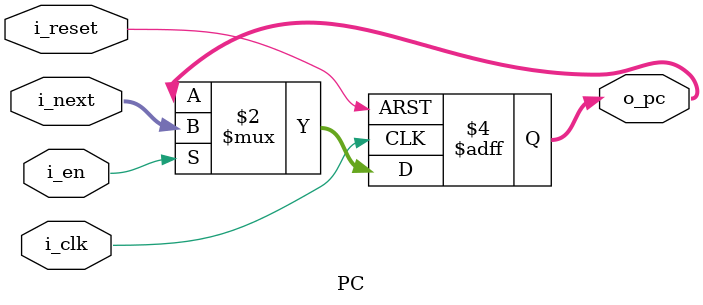
<source format=sv>
module PC (
    input  logic i_clk,
    input  logic i_reset,
    input  logic i_en,
    input  logic [31:0] i_next,
    output logic [31:0] o_pc
);
    always_ff @(posedge i_clk or posedge i_reset) begin
        if (i_reset)
            o_pc <= 32'b0;
        else if (i_en)
            o_pc <= i_next;
    end
endmodule
</source>
